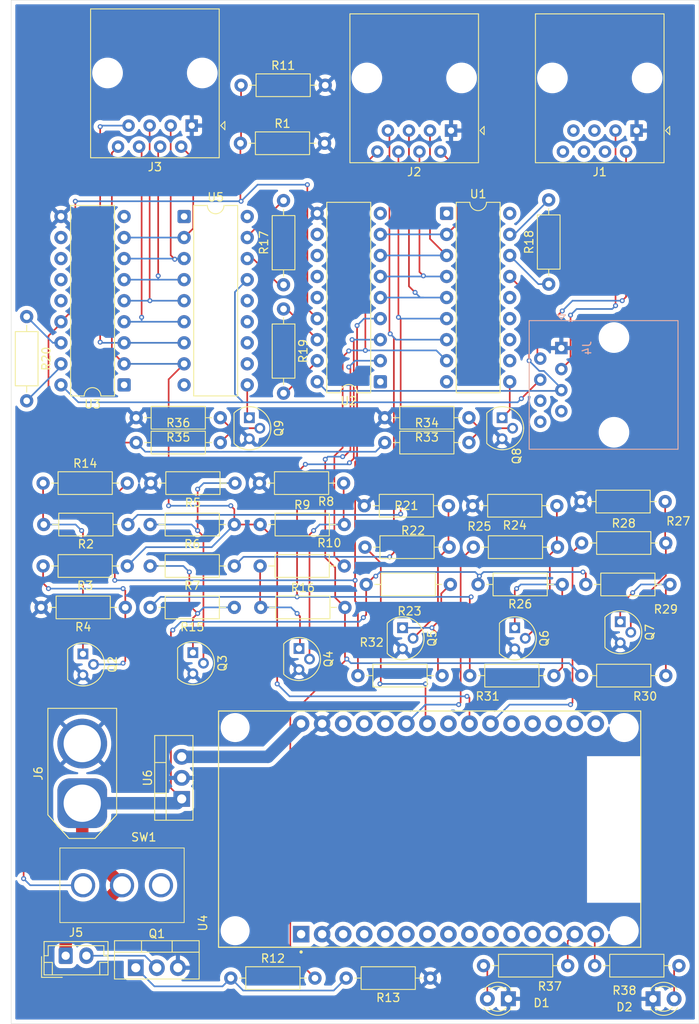
<source format=kicad_pcb>
(kicad_pcb (version 20241229) (generator "pcbnew") (generator_version "9.0")
  (layers (0 "F.Cu" signal) (2 "B.Cu" signal) (13 "F.Paste" user) (15 "B.Paste" user) (5 "F.SilkS" user "F.Silkscreen") (7 "B.SilkS" user "B.Silkscreen") (1 "F.Mask" user) (3 "B.Mask" user) (25 "Edge.Cuts" user))
  (net 0 "")
  (net 1 "GND")
  (net 3 "RX")
  (net 11 "TX")
  (net 12 "MPV_2")
  (net 14 "Net-(U1-A1)")
  (net 17 "IGN")
  (net 21 "Net-(U3-A3)")
  (net 23 "Net-(U3-A2)")
  (net 24 "Net-(U3-A4)")
  (net 25 "Net-(U1-A0)")
  (net 26 "MPV_1")
  (net 27 "Net-(U3-A6)")
  (net 28 "Net-(U1-A3)")
  (net 29 "Net-(U3-A1)")
  (net 30 "Net-(U1-A2)")
  (net 32 "Net-(U3-A5)")
  (net 34 "DOUT_2")
  (net 35 "DOUT")
  (net 36 "AUTO")
  (net 39 "unconnected-(J4-Pad6)")
  (net 40 "+12V")
  (net 41 "Net-(J5-NEG)")
  (net 42 "Net-(Q1-G)")
  (net 43 "Net-(Q2-C)")
  (net 44 "Net-(Q2-B)")
  (net 45 "Net-(Q3-C)")
  (net 46 "Net-(Q3-B)")
  (net 47 "Net-(Q4-C)")
  (net 48 "Net-(Q4-B)")
  (net 49 "Net-(Q5-B)")
  (net 50 "MPV_1O")
  (net 51 "MPV_2O")
  (net 52 "Net-(Q6-B)")
  (net 53 "Net-(Q7-B)")
  (net 54 "IGN_O")
  (net 55 "DEC")
  (net 56 "Net-(U5-OSC2)")
  (net 57 "Net-(U5-OSC1)")
  (net 58 "Net-(U1-OSC1)")
  (net 59 "Net-(U1-OSC2)")
  (net 60 "Net-(U2-OSC1)")
  (net 61 "Net-(U2-OSC2)")
  (net 62 "Net-(U3-OSC1)")
  (net 63 "Net-(U3-OSC2)")
  (net 64 "N_O1")
  (net 65 "N_O2")
  (net 66 "N_O3")
  (net 91 "+5V")
  (net 103 "Net-(Q5-C)")
  (net 104 "Net-(Q6-C)")
  (net 105 "Net-(Q7-C)")
  (net 106 "Net-(Q8-C)")
  (net 107 "Net-(Q8-B)")
  (net 108 "Net-(Q9-B)")
  (net 109 "Net-(Q9-C)")
  (net 110 "Net-(D1-A)")
  (net 111 "Net-(U4-D22)")
  (net 112 "Net-(D2-A)")
  (net 113 "Net-(U4-D23)")
  (footprint "Package_TO_SOT_THT:TO-92" (layer "F.Cu") (at 76.23 143.23 -90)
    (property "Reference" "Q4")
    (property "Value" "NPN")
  )
  (footprint "Resistor_THT:R_Axial_DIN0207_L6.3mm_D2.5mm_P10.16mm_Horizontal" (layer "F.Cu") (at 43.3675 103.18 -90)
    (property "Reference" "R20")
    (property "Value" "R_US")
  )
  (footprint "Resistor_THT:R_Axial_DIN0207_L6.3mm_D2.5mm_P10.16mm_Horizontal" (layer "F.Cu") (at 106.3675 99.26 90)
    (property "Reference" "R18")
    (property "Value" "R_US")
  )
  (footprint "Package_DIP:CERDIP-18_W7.62mm_SideBrazed" (layer "F.Cu") (at 86.045 111.04 180)
    (property "Reference" "U2")
    (property "Value" "HT12E")
  )
  (footprint "Resistor_THT:R_Axial_DIN0207_L6.3mm_D2.5mm_P10.16mm_Horizontal" (layer "F.Cu") (at 107.35 126 180)
    (property "Reference" "R24")
    (property "Value" "10k")
  )
  (footprint "Resistor_THT:R_Axial_DIN0207_L6.3mm_D2.5mm_P10.16mm_Horizontal" (layer "F.Cu") (at 83.34 146.5)
    (property "Reference" "R32")
    (property "Value" "50")
  )
  (footprint "Resistor_THT:R_Axial_DIN0207_L6.3mm_D2.5mm_P10.16mm_Horizontal" (layer "F.Cu") (at 108 135.5 180)
    (property "Reference" "R26")
    (property "Value" "50")
  )
  (footprint "Connector_RJ:RJ45_Amphenol_54602-x08_Horizontal" (layer "F.Cu") (at 94.58 80.73 180)
    (property "Reference" "J2")
    (property "Value" "RJ45")
  )
  (footprint "Resistor_THT:R_Axial_DIN0207_L6.3mm_D2.5mm_P10.16mm_Horizontal" (layer "F.Cu") (at 94.27 126 180)
    (property "Reference" "R21")
    (property "Value" "10k")
  )
  (footprint "Resistor_THT:R_Axial_DIN0207_L6.3mm_D2.5mm_P10.16mm_Horizontal" (layer "F.Cu") (at 68.43 133.27 180)
    (property "Reference" "R7")
    (property "Value" "50")
  )
  (footprint "Resistor_THT:R_Axial_DIN0207_L6.3mm_D2.5mm_P10.16mm_Horizontal" (layer "F.Cu") (at 84.19 131)
    (property "Reference" "R22")
    (property "Value" "330")
  )
  (footprint "Resistor_THT:R_Axial_DIN0207_L6.3mm_D2.5mm_P10.16mm_Horizontal" (layer "F.Cu") (at 45.35 123.27)
    (property "Reference" "R14")
    (property "Value" "50")
  )
  (footprint "Connector_RJ:RJ45_Amphenol_54602-x08_Horizontal" (layer "F.Cu") (at 116.97 80.73 180)
    (property "Reference" "J1")
    (property "Value" "RJ45")
  )
  (footprint "Resistor_THT:R_Axial_DIN0207_L6.3mm_D2.5mm_P10.16mm_Horizontal" (layer "F.Cu") (at 122.08 181.5 180)
    (property "Reference" "R38")
    (property "Value" "330")
  )
  (footprint "Connector_AMASS:AMASS_XT60-M_1x02_P7.20mm_Vertical" (layer "F.Cu") (at 50.075 161.9 90)
    (property "Reference" "J6")
    (property "Value" "XT60-M")
  )
  (footprint "Package_TO_SOT_THT:TO-92" (layer "F.Cu") (at 70.24 115.38 -90)
    (property "Reference" "Q9")
    (property "Value" "NPN")
  )
  (footprint "Resistor_THT:R_Axial_DIN0207_L6.3mm_D2.5mm_P10.16mm_Horizontal" (layer "F.Cu") (at 55.27 138.27 180)
    (property "Reference" "R4")
    (property "Value" "10k")
  )
  (footprint "Resistor_THT:R_Axial_DIN0207_L6.3mm_D2.5mm_P10.16mm_Horizontal" (layer "F.Cu") (at 74.3675 99.34 90)
    (property "Reference" "R17")
    (property "Value" "R_US")
  )
  (footprint "Resistor_THT:R_Axial_DIN0207_L6.3mm_D2.5mm_P10.16mm_Horizontal" (layer "F.Cu") (at 71.54 128.27)
    (property "Reference" "R9")
    (property "Value" "330")
  )
  (footprint "Resistor_THT:R_Axial_DIN0207_L6.3mm_D2.5mm_P10.16mm_Horizontal" (layer "F.Cu") (at 69.16 82.26)
    (property "Reference" "R1")
    (property "Value" "10k")
  )
  (footprint "Resistor_THT:R_Axial_DIN0207_L6.3mm_D2.5mm_P10.16mm_Horizontal" (layer "F.Cu") (at 110.34 130.5)
    (property "Reference" "R28")
    (property "Value" "330")
  )
  (footprint "Launchbox:SPDT_Slide_Switch" (layer "F.Cu") (at 54.876 171.8)
    (property "Reference" "SW1")
    (property "Value" "SW_SPDT")
  )
  (footprint "Resistor_THT:R_Axial_DIN0207_L6.3mm_D2.5mm_P10.16mm_Horizontal" (layer "F.Cu") (at 74.3675 102.26 -90)
    (property "Reference" "R19")
    (property "Value" "R_US")
  )
  (footprint "Resistor_THT:R_Axial_DIN0207_L6.3mm_D2.5mm_P10.16mm_Horizontal" (layer "F.Cu") (at 71.62 138.27)
    (property "Reference" "R16")
    (property "Value" "50")
  )
  (footprint "Resistor_THT:R_Axial_DIN0207_L6.3mm_D2.5mm_P10.16mm_Horizontal" (layer "F.Cu") (at 68.43 128.27 180)
    (property "Reference" "R6")
    (property "Value" "330")
  )
  (footprint "Resistor_THT:R_Axial_DIN0207_L6.3mm_D2.5mm_P10.16mm_Horizontal" (layer "F.Cu") (at 68.43 138.27 180)
    (property "Reference" "R15")
    (property "Value" "50")
  )
  (footprint "Package_TO_SOT_THT:TO-220-3_Vertical" (layer "F.Cu") (at 62.075 161.38 90)
    (property "Reference" "U6")
    (property "Value" "L7805")
  )
  (footprint "Package_TO_SOT_THT:TO-92" (layer "F.Cu") (at 115 140 -90)
    (property "Reference" "Q7")
    (property "Value" "NPN")
  )
  (footprint "Resistor_THT:R_Axial_DIN0207_L6.3mm_D2.5mm_P10.16mm_Horizontal" (layer "F.Cu") (at 66.74 115.38 180)
    (property "Reference" "R35")
    (property "Value" "10k")
  )
  (footprint "Resistor_THT:R_Axial_DIN0207_L6.3mm_D2.5mm_P10.16mm_Horizontal" (layer "F.Cu") (at 120.42 125.5 180)
    (property "Reference" "R27")
    (property "Value" "10k")
  )
  (footprint "Package_TO_SOT_THT:TO-220-3_Vertical" (layer "F.Cu") (at 56.535 181.75)
    (property "Reference" "Q1")
    (property "Value" "IRF540N")
  )
  (footprint "Resistor_THT:R_Axial_DIN0207_L6.3mm_D2.5mm_P10.16mm_Horizontal" (layer "F.Cu") (at 55.51 133.27 180)
    (property "Reference" "R3")
    (property "Value" "330")
  )
  (footprint "Resistor_THT:R_Axial_DIN0207_L6.3mm_D2.5mm_P10.16mm_Horizontal" (layer "F.Cu") (at 69.24 75.26)
    (property "Reference" "R11")
    (property "Value" "10k")
  )
  (footprint "Resistor_THT:R_Axial_DIN0207_L6.3mm_D2.5mm_P10.16mm_Horizontal" (layer "F.Cu") (at 97.27 131)
    (property "Reference" "R25")
    (property "Value" "330")
  )
  (footprint "Package_DIP:CERDIP-18_W7.62mm_SideBrazed" (layer "F.Cu") (at 55.1275 111.42 180)
    (property "Reference" "U3")
    (property "Value" "HT12E")
  )
  (footprint "Resistor_THT:R_Axial_DIN0207_L6.3mm_D2.5mm_P10.16mm_Horizontal" (layer "F.Cu") (at 56.58 118.38)
    (property "Reference" "R36")
    (property "Value" "330")
  )
  (footprint "Resistor_THT:R_Axial_DIN0207_L6.3mm_D2.5mm_P10.16mm_Horizontal" (layer "F.Cu") (at 98.5 181.5)
    (property "Reference" "R37")
    (property "Value" "330")
  )
  (footprint "Launchbox:MODULE_ESP32_DEVKIT_V1" (layer "F.Cu") (at 92 165 90)
    (property "Reference" "U4")
    (property "Value" "ESP32-DEVKIT-V1")
  )
  (footprint "Resistor_THT:R_Axial_DIN0207_L6.3mm_D2.5mm_P10.16mm_Horizontal" (layer "F.Cu") (at 68 183)
    (property "Reference" "R12")
    (property "Value" "330")
  )
  (footprint "Package_TO_SOT_THT:TO-92" (layer "F.Cu") (at 102.27 140.73 -90)
    (property "Reference" "Q6")
    (property "Value" "NPN")
  )
  (footprint "Resistor_THT:R_Axial_DIN0207_L6.3mm_D2.5mm_P10.16mm_Horizontal" (layer "F.Cu") (at 121 135.5 180)
    (property "Reference" "R29")
    (property "Value" "50")
  )
  (footprint "Resistor_THT:R_Axial_DIN0207_L6.3mm_D2.5mm_P10.16mm_Horizontal" (layer "F.Cu") (at 96.84 146.5)
    (property "Reference" "R31")
    (property "Value" "50")
  )
  (footprint "Resistor_THT:R_Axial_DIN0207_L6.3mm_D2.5mm_P10.16mm_Horizontal" (layer "F.Cu") (at 81.7 133.27 180)
    (property "Reference" "R10")
    (property "Value" "50")
  )
  (footprint "LED_THT:LED_D3.0mm" (layer "F.Cu") (at 101.5 185.5 180)
    (property "Reference" "D1")
    (property "Value" "LED")
  )
  (footprint "Resistor_THT:R_Axial_DIN0207_L6.3mm_D2.5mm_P10.16mm_Horizontal" (layer "F.Cu") (at 55.59 128.27 180)
    (property "Reference" "R2")
    (property "Value" "50")
  )
  (footprint "Resistor_THT:R_Axial_DIN0207_L6.3mm_D2.5mm_P10.16mm_Horizontal" (layer "F.Cu") (at 92.08 183 180)
    (property "Reference" "R13")
    (property "Value" "10k")
  )
  (footprint "Resistor_THT:R_Axial_DIN0207_L6.3mm_D2.5mm_P10.16mm_Horizontal" (layer "F.Cu") (at 96.74 115.38 180)
    (property "Reference" "R33")
    (property "Value" "10k")
  )
  (footprint "Package_DIP:CERDIP-18_W7.62mm_SideBrazed" (layer "F.Cu") (at 62.3675 91.1)
    (property "Reference" "U5")
    (property "Value" "HT12D")
  )
  (footprint "Connector_RJ:RJ45_Amphenol_54602-x08_Horizontal" (layer "F.Cu") (at 63.2875 80.13 180)
    (property "Reference" "J3")
    (property "Value" "RJ45")
  )
  (footprint "Resistor_THT:R_Axial_DIN0207_L6.3mm_D2.5mm_P10.16mm_Horizontal" (layer "F.Cu") (at 81.62 123.27 180)
    (property "Reference" "R8")
    (property "Value" "10k")
  )
  (footprint "Resistor_THT:R_Axial_DIN0207_L6.3mm_D2.5mm_P10.16mm_Horizontal" (layer "F.Cu") (at 86.58 118.38)
    (property "Reference" "R34")
    (property "Value" "330")
  )
  (footprint "Package_TO_SOT_THT:TO-92" (layer "F.Cu") (at 100.74 115.38 -90)
    (property "Reference" "Q8")
    (property "Value" "NPN")
  )
  (footprint "Resistor_THT:R_Axial_DIN0207_L6.3mm_D2.5mm_P10.16mm_Horizontal" (layer "F.Cu") (at 110.34 146.5)
    (property "Reference" "R30")
    (property "Value" "50")
  )
  (footprint "Package_TO_SOT_THT:TO-92" (layer "F.Cu") (at 50.16 143.88 -90)
    (property "Reference" "Q2")
    (property "Value" "NPN")
  )
  (footprint "Resistor_THT:R_Axial_DIN0207_L6.3mm_D2.5mm_P10.16mm_Horizontal" (layer "F.Cu") (at 94.5 135.5 180)
    (property "Reference" "R23")
    (property "Value" "R_US")
  )
  (footprint "Package_DIP:CERDIP-18_W7.62mm_SideBrazed" (layer "F.Cu") (at 94.045 90.72)
    (property "Reference" "U1")
    (property "Value" "HT12D")
  )
  (footprint "Connector_JST:JST_EH_B2B-EH-A_1x02_P2.50mm_Vertical" (layer "F.Cu") (at 48.075 180.3)
    (property "Reference" "J5")
    (property "Value" "XT60-M")
  )
  (footprint "Package_TO_SOT_THT:TO-92" (layer "F.Cu") (at 88.73 140.73 -90)
    (property "Reference" "Q5")
    (property "Value" "NPN" (hide yes))
  )
  (footprint "LED_THT:LED_D3.0mm" (layer "F.Cu") (at 118.96 185.5)
    (property "Reference" "D2")
    (property "Value" "LED")
  )
  (footprint "Resistor_THT:R_Axial_DIN0207_L6.3mm_D2.5mm_P10.16mm_Horizontal" (layer "F.Cu") (at 68.51 123.27 180)
    (property "Reference" "R5")
    (property "Value" "10k")
  )
  (footprint "Package_TO_SOT_THT:TO-92" (layer "F.Cu") (at 63.43 143.73 -90)
    (property "Reference" "Q3")
    (property "Value" "NPN")
  )
  (footprint "Connector_RJ:RJ45_Amphenol_54602-x08_Horizontal" (layer "B.Cu") (at 107.89 106.9775 -90)
    (property "Reference" "J4")
    (property "Value" "RJ45")
  )
  (gr_rect (start 41.5 65) (end 124.5 188.5) (stroke (width 0.05)) (fill no) (layer "Edge.Cuts"))
  (segment (start 105 105.5) (end 105 107.8975) (width 0.2) (layer "F.Cu") (net 3))
  (segment (start 115.24 101.26) (end 115.7 100.8) (width 0.2) (layer "F.Cu") (net 3))
  (segment (start 115.7 100.8) (end 115.7 83.27) (width 0.2) (layer "F.Cu") (net 3))
  (segment (start 105 107.8975) (end 105.35 108.2475) (width 0.2) (layer "F.Cu") (net 3))
  (segment (start 108 102.5) (end 105 105.5) (width 0.2) (layer "F.Cu") (net 3))
  (via (at 108 102.5) (size 0.6) (drill 0.3) (layers "F.Cu" "B.Cu") (net 3))
  (via (at 115.24 101.26) (size 0.6) (drill 0.3) (layers "F.Cu" "B.Cu") (net 3))
  (segment (start 108 102.5) (end 109.24 101.26) (width 0.2) (layer "B.Cu") (net 3))
  (segment (start 109.24 101.26) (end 115.24 101.26) (width 0.2) (layer "B.Cu") (net 3))
  (segment (start 109 108.4075) (end 107.89 109.5175) (width 0.2) (layer "F.Cu") (net 11))
  (segment (start 114.43 101.86) (end 114.43 80.73) (width 0.2) (layer "F.Cu") (net 11))
  (segment (start 109 103) (end 109 108.4075) (width 0.2) (layer "F.Cu") (net 11))
  (via (at 109 103) (size 0.6) (drill 0.3) (layers "F.Cu" "B.Cu") (net 11))
  (via (at 114.43 101.86) (size 0.6) (drill 0.3) (layers "F.Cu" "B.Cu") (net 11))
  (segment (start 109 103) (end 109.74 102.26) (width 0.2) (layer "B.Cu") (net 11))
  (segment (start 109.74 102.26) (end 114.03 102.26) (width 0.2) (layer "B.Cu") (net 11))
  (segment (start 114.03 102.26) (end 114.43 101.86) (width 0.2) (layer "B.Cu") (net 11))
  (segment (start 87.681 105.701) (end 87.24 105.26) (width 0.2) (layer "F.Cu") (net 12))
  (segment (start 87.681 131.657) (end 87.681 105.701) (width 0.2) (layer "F.Cu") (net 12))
  (segment (start 87.146 80.916) (end 87.146 105.166) (width 0.2) (layer "F.Cu") (net 12))
  (segment (start 87.169 132.169) (end 87.681 131.657) (width 0.2) (layer "F.Cu") (net 12))
  (segment (start 86.96 80.73) (end 87.146 80.916) (width 0.2) (layer "F.Cu") (net 12))
  (segment (start 87.146 105.166) (end 87.24 105.26) (width 0.2) (layer "F.Cu") (net 12))
  (via (at 87.24 105.26) (size 0.6) (drill 0.3) (layers "F.Cu" "B.Cu") (net 12))
  (via (at 87.169 132.169) (size 0.6) (drill 0.3) (layers "F.Cu" "B.Cu") (net 12))
  (segment (start 69.531 132.169) (end 68.43 133.27) (width 0.2) (layer "B.Cu") (net 12))
  (segment (start 87.24 105.26) (end 87.94 105.96) (width 0.2) (layer "B.Cu") (net 12))
  (segment (start 87.94 105.96) (end 94.045 105.96) (width 0.2) (layer "B.Cu") (net 12))
  (segment (start 87.169 132.169) (end 69.531 132.169) (width 0.2) (layer "B.Cu") (net 12))
  (segment (start 92.04 93.795) (end 94.045 95.8) (width 0.2) (layer "F.Cu") (net 14))
  (segment (start 92.04 80.73) (end 92.04 93.795) (width 0.2) (layer "F.Cu") (net 14))
  (segment (start 86.045 95.8) (end 94.045 95.8) (width 0.2) (layer "B.Cu") (net 14))
  (segment (start 81.5 108.056205) (end 81.5 109.370943) (width 0.2) (layer "F.Cu") (net 17))
  (segment (start 84.24 84.72) (end 84.24 107.26) (width 0.2) (layer "F.Cu") (net 17))
  (segment (start 80.5 132.07) (end 81.7 133.27) (width 0.2) (layer "F.Cu") (net 17))
  (segment (start 80.5 120) (end 80.5 132.07) (width 0.2) (layer "F.Cu") (net 17))
  (segment (start 85.69 83.27) (end 84.24 84.72) (width 0.2) (layer "F.Cu") (net 17))
  (segment (start 82.239 107.317205) (end 81.5 108.056205) (width 0.2) (layer "F.Cu") (net 17))
  (segment (start 81.5 119) (end 80.5 120) (width 0.2) (layer "F.Cu") (net 17))
  (segment (start 81.5 109.370943) (end 81.5 119) (width 0.2) (layer "F.Cu") (net 17))
  (via (at 84.24 107.26) (size 0.6) (drill 0.3) (layers "F.Cu" "B.Cu") (net 17))
  (via (at 82.239 107.317205) (size 0.6) (drill 0.3) (layers "F.Cu" "B.Cu") (net 17))
  (segment (start 82.239 107.317205) (end 82.296205 107.26) (width 0.2) (layer "B.Cu") (net 17))
  (segment (start 84.24 107.26) (end 92.805 107.26) (width 0.2) (layer "B.Cu") (net 17))
  (segment (start 92.805 107.26) (end 94.045 108.5) (width 0.2) (layer "B.Cu") (net 17))
  (segment (start 82.296205 107.26) (end 84.24 107.26) (width 0.2) (layer "B.Cu") (net 17))
  (segment (start 58.2075 80.13) (end 58.2075 101.2275) (width 0.2) (layer "F.Cu") (net 21))
  (segment (start 58.2075 101.2275) (end 58.24 101.26) (width 0.2) (layer "F.Cu") (net 21))
  (via (at 58.24 101.26) (size 0.6) (drill 0.3) (layers "F.Cu" "B.Cu") (net 21))
  (segment (start 55.1275 101.26) (end 62.3675 101.26) (width 0.2) (layer "B.Cu") (net 21))
  (segment (start 57.24 82.9725) (end 57.24 103.26) (width 0.2) (layer "F.Cu") (net 23))
  (segment (start 56.9375 82.67) (end 57.24 82.9725) (width 0.2) (layer "F.Cu") (net 23))
  (via (at 57.24 103.26) (size 0.6) (drill 0.3) (layers "F.Cu" "B.Cu") (net 23))
  (segment (start 57.24 103.26) (end 57.24 103.8) (width 0.2) (layer "B.Cu") (net 23))
  (segment (start 55.1275 103.8) (end 57.24 103.8) (width 0.2) (layer "B.Cu") (net 23))
  (segment (start 57.24 103.8) (end 62.3675 103.8) (width 0.2) (layer "B.Cu") (net 23))
  (segment (start 59.4775 82.67) (end 59.24 82.9075) (width 0.2) (layer "F.Cu") (net 24))
  (segment (start 59.24 82.9075) (end 59.24 98.26) (width 0.2) (layer "F.Cu") (net 24))
  (via (at 59.24 98.26) (size 0.6) (drill 0.3) (layers "F.Cu" "B.Cu") (net 24))
  (segment (start 59.24 98.26) (end 59.24 98.72) (width 0.2) (layer "B.Cu") (net 24))
  (segment (start 55.1275 98.72) (end 59.24 98.72) (width 0.2) (layer "B.Cu") (net 24))
  (segment (start 59.24 98.72) (end 62.3675 98.72) (width 0.2) (layer "B.Cu") (net 24))
  (segment (start 95.24 92.065) (end 94.045 93.26) (width 0.2) (layer "F.Cu") (net 25))
  (segment (start 95.24 85.2) (end 95.24 92.065) (width 0.2) (layer "F.Cu") (net 25))
  (segment (start 93.31 83.27) (end 95.24 85.2) (width 0.2) (layer "F.Cu") (net 25))
  (segment (start 86.045 93.26) (end 94.045 93.26) (width 0.2) (layer "B.Cu") (net 25))
  (segment (start 88.5 127) (end 88.5 103.52) (width 0.2) (layer "F.Cu") (net 26))
  (segment (start 88.5 103.52) (end 88.24 103.26) (width 0.2) (layer "F.Cu") (net 26))
  (segment (start 88.23 83.27) (end 88.23 103.25) (width 0.2) (layer "F.Cu") (net 26))
  (segment (start 88.23 103.25) (end 88.24 103.26) (width 0.2) (layer "F.Cu") (net 26))
  (via (at 88.24 103.26) (size 0.6) (drill 0.3) (layers "F.Cu" "B.Cu") (net 26))
  (via (at 88.5 127) (size 0.6) (drill 0.3) (layers "F.Cu" "B.Cu") (net 26))
  (segment (start 88.24 103.26) (end 88.4 103.42) (width 0.2) (layer "B.Cu") (net 26))
  (segment (start 55.59 128.27) (end 56.759 127.101) (width 0.2) (layer "B.Cu") (net 26))
  (segment (start 88.4 103.42) (end 94.045 103.42) (width 0.2) (layer "B.Cu") (net 26))
  (segment (start 56.759 127.101) (end 88.399 127.101) (width 0.2) (layer "B.Cu") (net 26))
  (segment (start 88.399 127.101) (end 88.5 127) (width 0.2) (layer "B.Cu") (net 26))
  (segment (start 63.4685 84.121) (end 63.4685 92.539) (width 0.2) (layer "F.Cu") (net 27))
  (segment (start 63.4685 92.539) (end 62.3675 93.64) (width 0.2) (layer "F.Cu") (net 27))
  (segment (start 62.0175 82.67) (end 63.4685 84.121) (width 0.2) (layer "F.Cu") (net 27))
  (segment (start 55.1275 93.64) (end 62.3675 93.64) (width 0.2) (layer "B.Cu") (net 27))
  (segment (start 89.5 80.73) (end 89.5 99.52) (width 0.2) (layer "F.Cu") (net 28))
  (segment (start 89.5 99.52) (end 90.24 100.26) (width 0.2) (layer "F.Cu") (net 28))
  (via (at 90.24 100.26) (size 0.6) (drill 0.3) (layers "F.Cu" "B.Cu") (net 28))
  (segment (start 86.045 100.88) (end 91.24 100.88) (width 0.2) (layer "B.Cu") (net 28))
  (segment (start 91.24 100.88) (end 94.045 100.88) (width 0.2) (layer "B.Cu") (net 28))
  (segment (start 90.86 100.88) (end 91.24 100.88) (width 0.2) (layer "B.Cu") (net 28))
  (segment (start 90.24 100.26) (end 90.86 100.88) (width 0.2) (layer "B.Cu") (net 28))
  (segment (start 52.24 80.26) (end 52.24 106.26) (width 0.2) (layer "F.Cu") (net 29))
  (via (at 52.24 80.26) (size 0.6) (drill 0.3) (layers "F.Cu" "B.Cu") (net 29))
  (via (at 52.24 106.26) (size 0.6) (drill 0.3) (layers "F.Cu" "B.Cu") (net 29))
  (segment (start 52.24 106.26) (end 52.32 106.34) (width 0.2) (layer "B.Cu") (net 29))
  (segment (start 55.1275 106.34) (end 62.3675 106.34) (width 0.2) (layer "B.Cu") (net 29))
  (segment (start 52.37 80.13) (end 52.24 80.26) (width 0.2) (layer "B.Cu") (net 29))
  (segment (start 52.32 106.34) (end 55.1275 106.34) (width 0.2) (layer "B.Cu") (net 29))
  (segment (start 55.6675 80.13) (end 52.37 80.13) (width 0.2) (layer "B.Cu") (net 29))
  (segment (start 90.77 97.79) (end 91.24 98.26) (width 0.2) (layer "F.Cu") (net 30))
  (segment (start 90.77 83.27) (end 90.77 97.79) (width 0.2) (layer "F.Cu") (net 30))
  (via (at 91.24 98.26) (size 0.6) (drill 0.3) (layers "F.Cu" "B.Cu") (net 30))
  (segment (start 86.045 98.34) (end 94.045 98.34) (width 0.2) (layer "B.Cu") (net 30))
  (segment (start 60.7475 95.7675) (end 61.24 96.26) (width 0.2) (layer "F.Cu") (net 32))
  (segment (start 60.7475 80.13) (end 60.7475 95.7675) (width 0.2) (layer "F.Cu") (net 32))
  (via (at 61.24 96.26) (size 0.6) (drill 0.3) (layers "F.Cu" "B.Cu") (net 32))
  (segment (start 55.1275 96.18) (end 62.3675 96.18) (width 0.2) (layer "B.Cu") (net 32))
  (segment (start 104 100.675) (end 101.665 98.34) (width 0.2) (layer "F.Cu") (net 34))
  (segment (start 104 108.5) (end 104 100.675) (width 0.2) (layer "F.Cu") (net 34))
  (via (at 104 108.5) (size 0.6) (drill 0.3) (layers "F.Cu" "B.Cu") (net 34))
  (segment (start 105.2365 109.7365) (end 105.785339 109.7365) (width 0.2) (layer "B.Cu") (net 34))
  (segment (start 107.89 111.841161) (end 107.89 112.0575) (width 0.2) (layer "B.Cu") (net 34))
  (segment (start 79.526 112.141) (end 107.8065 112.141) (width 0.2) (layer "B.Cu") (net 34))
  (segment (start 104 108.5) (end 105.2365 109.7365) (width 0.2) (layer "B.Cu") (net 34))
  (segment (start 107.8065 112.141) (end 107.89 112.0575) (width 0.2) (layer "B.Cu") (net 34))
  (segment (start 105.785339 109.7365) (end 107.89 111.841161) (width 0.2) (layer "B.Cu") (net 34))
  (segment (start 78.425 111.04) (end 79.526 112.141) (width 0.2) (layer "B.Cu") (net 34))
  (segment (start 103.05875 113.07875) (end 105.35 110.7875) (width 0.2) (layer "F.Cu") (net 35))
  (via (at 103.05875 113.07875) (size 0.6) (drill 0.3) (layers "F.Cu" "B.Cu") (net 35))
  (segment (start 70.4375 99.17) (end 69.9875 98.72) (width 0.2) (layer "B.Cu") (net 35))
  (segment (start 69.5 113.521) (end 102.6165 113.521) (width 0.2) (layer "B.Cu") (net 35))
  (segment (start 49.6085 113.521) (end 67.5 113.521) (width 0.2) (layer "B.Cu") (net 35))
  (segment (start 47.5075 111.42) (end 49.6085 113.521) (width 0.2) (layer "B.Cu") (net 35))
  (segment (start 68.5 100.2075) (end 68.5 112.521) (width 0.2) (layer "B.Cu") (net 35))
  (segment (start 102.6165 113.521) (end 103.05875 113.07875) (width 0.2) (layer "B.Cu") (net 35))
  (segment (start 68.5 112.521) (end 69.5 113.521) (width 0.2) (layer "B.Cu") (net 35))
  (segment (start 67.5 113.521) (end 69.5 113.521) (width 0.2) (layer "B.Cu") (net 35))
  (segment (start 69.9875 98.72) (end 68.5 100.2075) (width 0.2) (layer "B.Cu") (net 35))
  (segment (start 104.8775 111.26) (end 105.35 110.7875) (width 0.2) (layer "B.Cu") (net 35))
  (segment (start 71.54 128.27) (end 68.43 128.27) (width 0.2) (layer "F.Cu") (net 36))
  (segment (start 96.5 149) (end 96.61 149) (width 0.2) (layer "F.Cu") (net 36))
  (segment (start 68.43 126.43) (end 68.43 128.27) (width 0.2) (layer "F.Cu") (net 36))
  (segment (start 53.6475 83.42) (end 53.6475 107.4) (width 0.2) (layer "F.Cu") (net 36))
  (segment (start 71.12 128.69) (end 71.54 128.27) (width 0.2) (layer "F.Cu") (net 36))
  (segment (start 60.5 110.7475) (end 60.5 126) (width 0.2) (layer "F.Cu") (net 36))
  (segment (start 96.61 149) (end 96.805 149.195) (width 0.2) (layer "F.Cu") (net 36))
  (segment (start 68 126) (end 68.43 126.43) (width 0.2) (layer "F.Cu") (net 36))
  (segment (start 68.43 128.35) (end 68.51 128.27) (width 0.2) (layer "F.Cu") (net 36))
  (segment (start 62.3675 108.88) (end 60.5 110.7475) (width 0.2) (layer "F.Cu") (net 36))
  (segment (start 96.805 149.195) (end 96.805 152.3) (width 0.2) (layer "F.Cu") (net 36))
  (segment (start 73.6 130.33) (end 73.6 147.5) (width 0.2) (layer "F.Cu") (net 36))
  (segment (start 53.6475 107.4) (end 55.1275 108.88) (width 0.2) (layer "F.Cu") (net 36))
  (segment (start 54.3975 82.67) (end 53.6475 83.42) (width 0.2) (layer "F.Cu") (net 36))
  (segment (start 71.54 128.27) (end 73.6 130.33) (width 0.2) (layer "F.Cu") (net 36))
  (via (at 68 126) (size 0.6) (drill 0.3) (layers "F.Cu" "B.Cu") (net 36))
  (via (at 96.5 149) (size 0.6) (drill 0.3) (layers "F.Cu" "B.Cu") (net 36))
  (via (at 73.6 147.5) (size 0.6) (drill 0.3) (layers "F.Cu" "B.Cu") (net 36))
  (via (at 60.5 126) (size 0.6) (drill 0.3) (layers "F.Cu" "B.Cu") (net 36))
  (segment (start 60.5 126) (end 68 126) (width 0.2) (layer "B.Cu") (net 36))
  (segment (start 57.78 131) (end 65.7 131) (width 0.2) (layer "B.Cu") (net 36))
  (segment (start 65.7 131) (end 68.43 128.27) (width 0.2) (layer "B.Cu") (net 36))
  (segment (start 75.1 149) (end 73.6 147.5) (width 0.2) (layer "B.Cu") (net 36))
  (segment (start 96.5 149) (end 75.1 149) (width 0.2) (layer "B.Cu") (net 36))
  (segment (start 55.51 133.27) (end 57.78 131) (width 0.2) (layer "B.Cu") (net 36))
  (segment (start 55.1275 108.88) (end 62.3675 108.88) (width 0.2) (layer "B.Cu") (net 36))
  (segment (start 105.35 113.3275) (end 104.9175 113.76) (width 0.2) (layer "F.Cu") (net 39))
  (segment (start 50.075 161.9) (end 50.075 166.999) (width 1.5) (layer "F.Cu") (net 40))
  (segment (start 61 141) (end 60.774 141.226) (width 0.2) (layer "F.Cu") (net 40))
  (segment (start 50.075 166.999) (end 54.876 171.8) (width 1.5) (layer "F.Cu") (net 40))
  (segment (start 98 134.5) (end 98 135.34) (width 0.2) (layer "F.Cu") (net 40))
  (segment (start 85.441 134.441) (end 85.5 134.5) (width 0.2) (layer "F.Cu") (net 40))
  (segment (start 84.34 139.16) (end 84.34 135.5) (width 0.2) (layer "F.Cu") (net 40))
  (segment (start 110.84 134.16) (end 110.84 135.5) (width 0.2) (layer "F.Cu") (net 40))
  (segment (start 54.876 171.8) (end 48.075 178.601) (width 1.5) (layer "F.Cu") (net 40))
  (segment (start 60.774 141.226) (end 60.774 160.079) (width 0.2) (layer "F.Cu") (net 40))
  (segment (start 98 135.34) (end 97.84 135.5) (width 0.2) (layer "F.Cu") (net 40))
  (segment (start 110.5 134) (end 110.68 134) (width 0.2) (layer "F.Cu") (net 40))
  (segment (start 60.774 160.079) (end 62.075 161.38) (width 0.2) (layer "F.Cu") (net 40))
  (segment (start 48.075 178.601) (end 48.075 180.3) (width 1.5) (layer "F.Cu") (net 40))
  (segment (start 110.68 134) (end 110.84 134.16) (width 0.2) (layer "F.Cu") (net 40))
  (segment (start 84 139.5) (end 84.34 139.16) (width 0.2) (layer "F.Cu") (net 40))
  (segment (start 84.34 135.5) (end 85.441 134.399) (width 0.2) (layer "F.Cu") (net 40))
  (segment (start 85.441 134.399) (end 85.441 134.441) (width 0.2) (layer "F.Cu") (net 40))
  (via (at 61 141) (size 0.6) (drill 0.3) (layers "F.Cu" "B.Cu") (net 40))
  (via (at 110.5 134) (size 0.6) (drill 0.3) (layers "F.Cu" "B.Cu") (net 40))
  (via (at 98 134.5) (size 0.6) (drill 0.3) (layers "F.Cu" "B.Cu") (net 40))
  (via (at 85.5 134.5) (size 0.6) (drill 0.3) (layers "F.Cu" "B.Cu") (net 40))
  (via (at 84 139.5) (size 0.6) (drill 0.3) (layers "F.Cu" "B.Cu") (net 40))
  (segment (start 86 134) (end 85.5 134.5) (width 0.2) (layer "B.Cu") (net 40))
  (segment (start 62 140) (end 61 141) (width 0.2) (layer "B.Cu") (net 40))
  (segment (start 60 161.9) (end 61.555 161.9) (width 1.5) (layer "B.Cu") (net 40))
  (segment (start 110.5 134) (end 98.5 134) (width 0.2) (layer "B.Cu") (net 40))
  (segment (start 83.5 140) (end 84 139.5) (width 0.2) (layer "B.Cu") (net 40))
  (segment (start 62.596 161.901) (end 62.075 161.38) (width 0.2) (layer "B.Cu") (net 40))
  (segment (start 98 134.5) (end 97.5 134) (width 0.2) (layer "B.Cu") (net 40))
  (segment (start 61.555 161.9) (end 62.075 161.38) (width 1.5) (layer "B.Cu") (net 40))
  (segment (start 97.5 134) (end 86 134) (width 0.2) (layer "B.Cu") (net 40))
  (segment (start 62 140) (end 83.5 140) (width 0.2) (layer "B.Cu") (net 40))
  (segment (start 50.075 161.9) (end 60 161.9) (width 1.5) (layer "B.Cu") (net 40))
  (segment (start 98.5 134) (end 98 134.5) (width 0.2) (layer "B.Cu") (net 40))
  (segment (start 57.625 180.3) (end 59.075 181.75) (width 0.2) (layer "B.Cu") (net 41))
  (segment (start 50.575 180.3) (end 57.625 180.3) (width 0.2) (layer "B.Cu") (net 41))
  (segment (start 67 184) (end 58.785 184) (width 0.2) (layer "B.Cu") (net 42))
  (segment (start 58.785 184) (end 56.535 181.75) (width 0.2) (layer "B.Cu") (net 42))
  (segment (start 68 183) (end 67 184) (width 0.2) (layer "B.Cu") (net 42))
  (segment (start 81.92 183) (end 80.42 184.5) (width 0.2) (layer "B.Cu") (net 42))
  (segment (start 69.5 184.5) (end 68 183) (width 0.2) (layer "B.Cu") (net 42))
  (segment (start 80.42 184.5) (end 69.5 184.5) (width 0.2) (layer "B.Cu") (net 42))
  (segment (start 45.35 123.27) (end 45.35 128.19) (width 0.2) (layer "F.Cu") (net 43))
  (segment (start 49.81 144.23) (end 50.16 143.88) (width 0.2) (layer "F.Cu") (net 43))
  (segment (start 50.16 129.16) (end 50 129) (width 0.2) (layer "F.Cu") (net 43))
  (segment (start 50.16 143.88) (end 50.16 129.16) (width 0.2) (layer "F.Cu") (net 43))
  (segment (start 45.35 128.19) (end 45.43 128.27) (width 0.2) (layer "F.Cu") (net 43))
  (via (at 50 129) (size 0.6) (drill 0.3) (layers "F.Cu" "B.Cu") (net 43))
  (segment (start 50 129) (end 49.27 128.27) (width 0.2) (layer "B.Cu") (net 43))
  (segment (start 49.27 128.27) (end 45.43 128.27) (width 0.2) (layer "B.Cu") (net 43))
  (segment (start 51.85 144.73) (end 51.43 145.15) (width 0.2) (layer "F.Cu") (net 44))
  (segment (start 45.35 135.35) (end 46 136) (width 0.2) (layer "F.Cu") (net 44))
  (segment (start 55.27 144.73) (end 55.27 138.27) (width 0.2) (layer "F.Cu") (net 44))
  (segment (start 55.27 138.27) (end 55.27 136.27) (width 0.2) (layer "F.Cu") (net 44))
  (segment (start 55 145) (end 55.27 144.73) (width 0.2) (layer "F.Cu") (net 44))
  (segment (start 45.35 133.27) (end 45.35 135.35) (width 0.2) (layer "F.Cu") (net 44))
  (segment (start 55.27 136.27) (end 55 136) (width 0.2) (layer "F.Cu") (net 44))
  (via (at 55 145) (size 0.6) (drill 0.3) (layers "F.Cu" "B.Cu") (net 44))
  (via (at 46 136) (size 0.6) (drill 0.3) (layers "F.Cu" "B.Cu") (net 44))
  (via (at 55 136) (size 0.6) (drill 0.3) (layers "F.Cu" "B.Cu") (net 44))
  (segment (start 51.43 145.15) (end 54.85 145.15) (width 0.2) (layer "B.Cu") (net 44))
  (segment (start 54.85 145.15) (end 55 145) (width 0.2) (layer "B.Cu") (net 44))
  (segment (start 46 136) (end 55 136) (width 0.2) (layer "B.Cu") (net 44))
  (segment (start 63 138) (end 64 139) (width 0.2) (layer "F.Cu") (net 45))
  (segment (start 63.43 143.73) (end 63.43 139.57) (width 0.2) (layer "F.Cu") (net 45))
  (segment (start 63.43 139.57) (end 64 139) (width 0.2) (layer "F.Cu") (net 45))
  (segment (start 63 134) (end 63 138) (width 0.2) (layer "F.Cu") (net 45))
  (via (at 63 134) (size 0.6) (drill 0.3) (layers "F.Cu" "B.Cu") (net 45))
  (via (at 64 139) (size 0.6) (drill 0.3) (layers "F.Cu" "B.Cu") (net 45))
  (segment (start 64 139) (end 64.73 138.27) (width 0.2) (layer "B.Cu") (net 45))
  (segment (start 58.27 133.27) (end 62.27 133.27) (width 0.2) (layer "B.Cu") (net 45))
  (segment (start 62.27 133.27) (end 63 134) (width 0.2) (layer "B.Cu") (net 45))
  (segment (start 64.73 138.27) (end 68.43 138.27) (width 0.2) (layer "B.Cu") (net 45))
  (segment (start 64.7 145) (end 64.7 129.7) (width 0.2) (layer "F.Cu") (net 46))
  (segment (start 64 129) (end 64 124) (width 0.2) (layer "F.Cu") (net 46))
  (segment (start 64.7 129.7) (end 64 129) (width 0.2) (layer "F.Cu") (net 46))
  (via (at 64 124) (size 0.6) (drill 0.3) (layers "F.Cu" "B.Cu") (net 46))
  (via (at 64 129) (size 0.6) (drill 0.3) (layers "F.Cu" "B.Cu") (net 46))
  (segment (start 64 129) (end 63.27 128.27) (width 0.2) (layer "B.Cu") (net 46))
  (segment (start 64.73 123.27) (end 68.51 123.27) (width 0.2) (layer "B.Cu") (net 46))
  (segment (start 63.27 128.27) (end 58.27 128.27) (width 0.2) (layer "B.Cu") (net 46))
  (segment (start 64 124) (end 64.73 123.27) (width 0.2) (layer "B.Cu") (net 46))
  (segment (start 71.54 133.27) (end 71.54 138.19) (width 0.2) (layer "F.Cu") (net 47))
  (segment (start 76.35 139.35) (end 76 139) (width 0.2) (layer "F.Cu") (net 47))
  (segment (start 71.54 138.19) (end 71.62 138.27) (width 0.2) (layer "F.Cu") (net 47))
  (segment (start 76.35 143.11) (end 76.35 139.35) (width 0.2) (layer "F.Cu") (net 47))
  (segment (start 76.23 143.23) (end 76.35 143.11) (width 0.2) (layer "F.Cu") (net 47))
  (via (at 76 139) (size 0.6) (drill 0.3) (layers "F.Cu" "B.Cu") (net 47))
  (segment (start 76 139) (end 75.27 138.27) (width 0.2) (layer "B.Cu") (net 47))
  (segment (start 75.27 138.27) (end 71.62 138.27) (width 0.2) (layer "B.Cu") (net 47))
  (segment (start 77.5 129.5) (end 78 129) (width 0.2) (layer "F.Cu") (net 48))
  (segment (start 81.62 123.27) (end 81.62 128.19) (width 0.2) (layer "F.Cu") (net 48))
  (segment (start 77.5 144.5) (end 77.5 129.5) (width 0.2) (layer "F.Cu") (net 48))
  (segment (start 81.62 128.19) (end 81.7 128.27) (width 0.2) (layer "F.Cu") (net 48))
  (via (at 78 129) (size 0.6) (drill 0.3) (layers "F.Cu" "B.Cu") (net 48))
  (segment (start 78 129) (end 78.73 128.27) (width 0.2) (layer "B.Cu") (net 48))
  (segment (start 78.73 128.27) (end 81.7 128.27) (width 0.2) (layer "B.Cu") (net 48))
  (segment (start 94.35 131) (end 93 132.35) (width 0.2) (layer "F.Cu") (net 49))
  (segment (start 93 132.35) (end 93 139) (width 0.2) (layer "F.Cu") (net 49))
  (segment (start 93 139) (end 90 142) (width 0.2) (layer "F.Cu") (net 49))
  (segment (start 94.27 130.92) (end 94.35 131) (width 0.2) (layer "F.Cu") (net 49))
  (segment (start 94.27 126) (end 94.27 130.92) (width 0.2) (layer "F.Cu") (net 49))
  (segment (start 83 135) (end 83 137.5) (width 0.2) (layer "F.Cu") (net 50))
  (segment (start 83 137.5) (end 83.34 137.84) (width 0.2) (layer "F.Cu") (net 50))
  (segment (start 83.009 120.6981) (end 83.009 126.67805) (width 0.2) (layer "F.Cu") (net 50))
  (segment (start 83.24 104.26) (end 83.241 104.261) (width 0.2) (layer "F.Cu") (net 50))
  (segment (start 83.34 137.84) (end 83.34 146.5) (width 0.2) (layer "F.Cu") (net 50))
  (segment (start 83.241 104.261) (end 83.241 106.208943) (width 0.2) (layer "F.Cu") (net 50))
  (segment (start 83.24 120.4671) (end 83.009 120.6981) (width 0.2) (layer "F.Cu") (net 50))
  (segment (start 83.241 106.208943) (end 83.24 106.209943) (width 0.2) (layer "F.Cu") (net 50))
  (segment (start 83.24 106.209943) (end 83.24 120.4671) (width 0.2) (layer "F.Cu") (net 50))
  (segment (start 83.009 126.67805) (end 83 126.68705) (width 0.2) (layer "F.Cu") (net 50))
  (segment (start 83 126.68705) (end 83 135) (width 0.2) (layer "F.Cu") (net 50))
  (segment (start 55.51 123.27) (end 54 124.78) (width 0.2) (layer "F.Cu") (net 50))
  (segment (start 54 124.78) (end 54 135) (width 0.2) (layer "F.Cu") (net 50))
  (via (at 54 135) (size 0.6) (drill 0.3) (layers "F.Cu" "B.Cu") (net 50))
  (via (at 83 135) (size 0.6) (drill 0.3) (layers "F.Cu" "B.Cu") (net 50))
  (via (at 83.24 104.26) (size 0.6) (drill 0.3) (layers "F.Cu" "B.Cu") (net 50))
  (segment (start 83.24 104.26) (end 84.08 103.42) (width 0.2) (layer "B.Cu") (net 50))
  (segment (start 84.08 103.42) (end 86.045 103.42) (width 0.2) (layer "B.Cu") (net 50))
  (segment (start 54 135) (end 83 135) (width 0.2) (layer "B.Cu") (net 50))
  (segment (start 76 122) (end 77 121) (width 0.2) (layer "F.Cu") (net 51))
  (segment (start 82.32 120.82) (end 82.839 120.301) (width 0.2) (layer "F.Cu") (net 51))
  (segment (start 96.84 146.5) (end 96.84 137.16) (width 0.2) (layer "F.Cu") (net 51))
  (segment (start 76 137) (end 76 122) (width 0.2) (layer "F.Cu") (net 51))
  (segment (start 82.839 106.159) (end 82.64 105.96) (width 0.2) (layer "F.Cu") (net 51))
  (segment (start 96.84 137.16) (end 97 137) (width 0.2) (layer "F.Cu") (net 51))
  (segment (start 82.839 120.301) (end 82.839 106.159) (width 0.2) (layer "F.Cu") (net 51))
  (via (at 82.32 120.82) (size 0.6) (drill 0.3) (layers "F.Cu" "B.Cu") (net 51))
  (via (at 76 137) (size 0.6) (drill 0.3) (layers "F.Cu" "B.Cu") (net 51))
  (via (at 77 121) (size 0.6) (drill 0.3) (layers "F.Cu" "B.Cu") (net 51))
  (via (at 97 137) (size 0.6) (drill 0.3) (layers "F.Cu" "B.Cu") (net 51))
  (via (at 82.64 105.96) (size 0.6) (drill 0.3) (layers "F.Cu" "B.Cu") (net 51))
  (segment (start 59.54 137) (end 76 137) (width 0.2) (layer "B.Cu") (net 51))
  (segment (start 58.27 138.27) (end 59.54 137) (width 0.2) (layer "B.Cu") (net 51))
  (segment (start 82.32 120.82) (end 82.14 121) (width 0.2) (layer "B.Cu") (net 51))
  (segment (start 82.64 105.96) (end 86.045 105.96) (width 0.2) (layer "B.Cu") (net 51))
  (segment (start 97 137) (end 76 137) (width 0.2) (layer "B.Cu") (net 51))
  (segment (start 82.14 121) (end 77 121) (width 0.2) (layer "B.Cu") (net 51))
  (segment (start 107.35 130.92) (end 107.43 131) (width 0.2) (layer "F.Cu") (net 52))
  (segment (start 106.5 131.93) (end 106.5 139.04) (width 0.2) (layer "F.Cu") (net 52))
  (segment (start 107.35 126) (end 107.35 130.92) (width 0.2) (layer "F.Cu") (net 52))
  (segment (start 107.43 131) (end 106.5 131.93) (width 0.2) (layer "F.Cu") (net 52))
  (segment (start 106.5 139.04) (end 103.54 142) (width 0.2) (layer "F.Cu") (net 52))
  (segment (start 120.5 130.5) (end 120.5 134.44295) (width 0.2) (layer "F.Cu") (net 53))
  (segment (start 120.5 134.44295) (end 116.27 138.67295) (width 0.2) (layer "F.Cu") (net 53))
  (segment (start 116.27 138.67295) (end 116.27 141.27) (width 0.2) (layer "F.Cu") (net 53))
  (segment (start 120.42 130.42) (end 120.5 130.5) (width 0.2) (layer "F.Cu") (net 53))
  (segment (start 120.42 125.5) (end 120.42 130.42) (width 0.2) (layer "F.Cu") (net 53))
  (segment (start 121.06 131.06) (end 120.5 130.5) (width 0.2) (layer "B.Cu") (net 53))
  (segment (start 79.399 132.2599) (end 80.599 133.4599) (width 0.2) (layer "F.Cu") (net 54))
  (segment (start 80.599 137.089) (end 81.78 138.27) (width 0.2) (layer "F.Cu") (net 54))
  (segment (start 82 144.5) (end 81.78 144.28) (width 0.2) (layer "F.Cu") (net 54))
  (segment (start 81.78 144.28) (end 81.78 138.27) (width 0.2) (layer "F.Cu") (net 54))
  (segment (start 82.438 109.459) (end 82.438 119.2949) (width 0.2) (layer "F.Cu") (net 54))
  (segment (start 82.239 109.26) (end 82.438 109.459) (width 0.2) (layer "F.Cu") (net 54))
  (segment (start 75.184 151.316) (end 75.184 180.024) (width 0.2) (layer "F.Cu") (net 54))
  (segment (start 79.399 120.751057) (end 79.399 132.2599) (width 0.2) (layer "F.Cu") (net 54))
  (segment (start 80.599 133.4599) (end 80.599 137.089) (width 0.2) (layer "F.Cu") (net 54))
  (segment (start 75.184 180.024) (end 78.16 183) (width 0.2) (layer "F.Cu") (net 54))
  (segment (start 82 144.5) (end 75.184 151.316) (width 0.2) (layer "F.Cu") (net 54))
  (segment (start 82.438 119.2949) (end 81.7329 120) (width 0.2) (layer "F.Cu") (net 54))
  (segment (start 81.581 120) (end 81.5 120.081) (width 0.2) (layer "F.Cu") (net 54))
  (segment (start 81.7329 120) (end 81.581 120) (width 0.2) (layer "F.Cu") (net 54))
  (via (at 82 144.5) (size 0.6) (drill 0.3) (layers "F.Cu" "B.Cu") (net 54))
  (via (at 81.5 120.081) (size 0.6) (drill 0.3) (layers "F.Cu" "B.Cu") (net 54))
  (via (at 82.239 109.26) (size 0.6) (drill 0.3) (layers "F.Cu" "B.Cu") (net 54))
  (via (at 79.399 120.4) (size 0.6) (drill 0.3) (layers "F.Cu" "B.Cu") (net 54))
  (segment (start 110.34 146.5) (end 108.84 145) (width 0.2) (layer "B.Cu") (net 54))
  (segment (start 79.718 120.081) (end 79.399 120.4) (width 0.2) (layer "B.Cu") (net 54))
  (segment (start 81.5 120.081) (end 79.718 120.081) (width 0.2) (layer "B.Cu") (net 54))
  (segment (start 108.84 145) (end 82.5 145) (width 0.2) (layer "B.Cu") (net 54))
  (segment (start 82.239 109.26) (end 82.999 108.5) (width 0.2) (layer "B.Cu") (net 54))
  (segment (start 82.999 108.5) (end 86.045 108.5) (width 0.2) (layer "B.Cu") (net 54))
  (segment (start 82.5 145) (end 82 144.5) (width 0.2) (layer "B.Cu") (net 54))
  (segment (start 69.24 75.26) (end 69.24 82.18) (width 0.2) (layer "F.Cu") (net 55))
  (segment (start 43 117.5) (end 46 114.5) (width 0.2) (layer "F.Cu") (net 55))
  (segment (start 46 105.5) (end 47.5075 103.9925) (width 0.2) (layer "F.Cu") (net 55))
  (segment (start 49.24 102.0675) (end 49.24 89.26) (width 0.2) (layer "F.Cu") (net 55))
  (segment (start 47.5075 103.9925) (end 47.5075 103.8) (width 0.2) (layer "F.Cu") (net 55))
  (segment (start 69.24 82.18) (end 69.16 82.26) (width 0.2) (layer "F.Cu") (net 55))
  (segment (start 49.88 118.38) (end 46 114.5) (width 0.2) (layer "F.Cu") (net 55))
  (segment (start 69.16 89.18) (end 69.24 89.26) (width 0.2) (layer "F.Cu") (net 55))
  (segment (start 69.16 82.26) (end 69.16 89.18) (width 0.2) (layer "F.Cu") (net 55))
  (segment (start 47.5075 103.8) (end 49.24 102.0675) (width 0.2) (layer "F.Cu") (net 55))
  (segment (start 78.425 103.42) (end 77.24 102.235) (width 0.2) (layer "F.Cu") (net 55))
  (segment (start 46 114.5) (end 46 105.5) (width 0.2) (layer "F.Cu") (net 55))
  (segment (start 56.58 118.38) (end 49.88 118.38) (width 0.2) (layer "F.Cu") (net 55))
  (segment (start 77.24 102.235) (end 77.24 87.26) (width 0.2) (layer "F.Cu") (net 55))
  (segment (start 43 171) (end 43 117.5) (width 0.2) (layer "F.Cu") (net 55))
  (via (at 69.24 89.26) (size 0.6) (drill 0.3) (layers "F.Cu" "B.Cu") (net 55))
  (via (at 77.24 87.26) (size 0.6) (drill 0.3) (layers "F.Cu" "B.Cu") (net 55))
  (via (at 43 171) (size 0.6) (drill 0.3) (layers "F.Cu" "B.Cu") (net 55))
  (via (at 49.24 89.26) (size 0.6) (drill 0.3) (layers "F.Cu" "B.Cu") (net 55))
  (segment (start 85.479 119.481) (end 57.681 119.481) (width 0.2) (layer "B.Cu") (net 55))
  (segment (start 43 171) (end 43.8 171.8) (width 0.2) (layer "B.Cu") (net 55))
  (segment (start 57.681 119.481) (end 56.58 118.38) (width 0.2) (layer "B.Cu") (net 55))
  (segment (start 43.8 171.8) (end 50.177 171.8) (width 0.2) (layer "B.Cu") (net 55))
  (segment (start 77.24 87.26) (end 71.24 87.26) (width 0.2) (layer "B.Cu") (net 55))
  (segment (start 49.24 89.26) (end 69.24 89.26) (width 0.2) (layer "B.Cu") (net 55))
  (segment (start 86.58 118.38) (end 85.479 119.481) (width 0.2) (layer "B.Cu") (net 55))
  (segment (start 71.24 87.26) (end 69.24 89.26) (width 0.2) (layer "B.Cu") (net 55))
  (segment (start 74.3675 99.34) (end 73.84 99.34) (width 0.2) (layer "F.Cu") (net 56))
  (segment (start 73.84 99.34) (end 70.68 96.18) (width 0.2) (layer "F.Cu") (net 56))
  (segment (start 70.68 96.18) (end 69.9875 96.18) (width 0.2) (layer "F.Cu") (net 56))
  (segment (start 69.9875 93.5125) (end 69.9875 93.64) (width 0.2) (layer "F.Cu") (net 57))
  (segment (start 74.32 89.18) (end 69.9875 93.5125) (width 0.2) (layer "F.Cu") (net 57))
  (segment (start 74.3675 89.18) (end 74.32 89.18) (width 0.2) (layer "F.Cu") (net 57))
  (segment (start 102.2075 93.26) (end 101.665 93.26) (width 0.2) (layer "B.Cu") (net 58))
  (segment (start 106.3675 89.1) (end 102.2075 93.26) (width 0.2) (layer "B.Cu") (net 58))
  (segment (start 106.3675 99.26) (end 105.125 99.26) (width 0.2) (layer "B.Cu") (net 59))
  (segment (start 105.125 99.26) (end 101.665 95.8) (width 0.2) (layer "B.Cu") (net 59))
  (segment (start 74.58 112.42) (end 78.425 108.575) (width 0.2) (layer "F.Cu") (net 60))
  (segment (start 78.425 108.575) (end 78.425 108.5) (width 0.2) (layer "F.Cu") (net 60))
  (segment (start 74.3675 112.42) (end 74.58 112.42) (width 0.2) (layer "F.Cu") (net 60))
  (segment (start 74.3675 102.26) (end 74.24 102.3875) (width 0.2) (layer "F.Cu") (net 61))
  (segment (start 74.24 102.3875) (end 74.8875 102.3875) (width 0.2) (layer "F.Cu") (net 61))
  (segment (start 78.425 105.925) (end 78.425 105.96) (width 0.2) (layer "F.Cu") (net 61))
  (segment (start 74.8875 102.3875) (end 78.425 105.925) (width 0.2) (layer "F.Cu") (net 61))
  (segment (start 43.3675 113.34) (end 47.5075 109.2) (width 0.2) (layer "B.Cu") (net 62))
  (segment (start 47.5075 109.2) (end 47.5075 108.88) (width 0.2) (layer "B.Cu") (net 62))
  (segment (start 43.3675 103.18) (end 46.5275 106.34) (width 0.2) (layer "B.Cu") (net 63))
  (segment (start 46.5275 106.34) (end 47.5075 106.34) (width 0.2) (layer "B.Cu") (net 63))
  (segment (start 86.101 132.911) (end 86.101 147.399) (width 0.2) (layer "F.Cu") (net 64))
  (segment (start 84.19 131) (end 86.101 132.911) (width 0.2) (layer "F.Cu") (net 64))
  (segment (start 91.5 152.075) (end 91.725 152.3) (width 0.2) (layer "F.Cu") (net 64))
  (segment (start 91.5 147.5) (end 91.5 152.075) (width 0.2) (layer "F.Cu") (net 64))
  (segment (start 86.101 147.399) (end 86 147.5) (width 0.2) (layer "F.Cu") (net 64))
  (via (at 86 147.5) (size 0.6) (drill 0.3) (layers "F.Cu" "B.Cu") (net 64))
  (via (at 91.5 147.5) (size 0.6) (drill 0.3) (layers "F.Cu" "B.Cu") (net 64))
  (segment (start 86 147.5) (end 91.5 147.5) (width 0.2) (layer "B.Cu") (net 64))
  (segment (start 95.5 149.978) (end 95.739 149.739) (width 0.2) (layer "F.Cu") (net 65))
  (segment (start 95.739 149.739) (end 95.739 132.531) (width 0.2) (layer "F.Cu") (net 65))
  (segment (start 95.5 150) (end 95.5 149.978) (width 0.2) (layer "F.Cu") (net 65))
  (segment (start 95.739 132.531) (end 97.27 131) (width 0.2) (layer "F.Cu") (net 65))
  (via (at 95.5 150) (size 0.6) (drill 0.3) (layers "F.Cu" "B.Cu") (net 65))
  (segment (start 95.5 150) (end 91.485 150) (width 0.2) (layer "B.Cu") (net 65))
  (segment (start 91.485 150) (end 89.185 152.3) (width 0.2) (layer "B.Cu") (net 65))
  (segment (start 110.34 130.5) (end 109.239 131.601) (width 0.2) (layer "F.Cu") (net 66))
  (segment (start 109.239 149.761) (end 109 150) (width 0.2) (layer "F.Cu") (net 66))
  (segment (start 109.239 131.601) (end 109.239 149.761) (width 0.2) (layer "F.Cu") (net 66))
  (via (at 109 150) (size 0.6) (drill 0.3) (layers "F.Cu" "B.Cu") (net 66))
  (segment (start 110.34 130.5) (end 109.72 130.5) (width 0.2) (layer "B.Cu") (net 66))
  (segment (start 109 150) (end 101.645 150) (width 0.2) (layer "B.Cu") (net 66))
  (segment (start 101.645 150) (end 99.345 152.3) (width 0.2) (layer "B.Cu") (net 66))
  (segment (start 62.075 156.3) (end 72.485 156.3) (width 1.5) (layer "B.Cu") (net 91))
  (segment (start 72.485 156.3) (end 76.485 152.3) (width 1.5) (layer "B.Cu") (net 91))
  (segment (start 62.156 156.219) (end 62.075 156.3) (width 0.2) (layer "B.Cu") (net 91))
  (segment (start 93 141.5) (end 93 146) (width 0.2) (layer "F.Cu") (net 103))
  (segment (start 92.27 140.73) (end 92.23 140.73) (width 0.2) (layer "F.Cu") (net 103))
  (segment (start 94.5 135.5) (end 93.401 136.599) (width 0.2) (layer "F.Cu") (net 103))
  (segment (start 93.401 139.599) (end 92.27 140.73) (width 0.2) (layer "F.Cu") (net 103))
  (segment (start 92.23 140.73) (end 93 141.5) (width 0.2) (layer "F.Cu") (net 103))
  (segment (start 93 146) (end 93.5 146.5) (width 0.2) (layer "F.Cu") (net 103))
  (segment (start 93.401 136.599) (end 93.401 139.599) (width 0.2) (layer "F.Cu") (net 103))
  (via (at 92.27 140.73) (size 0.6) (drill 0.3) (layers "F.Cu" "B.Cu") (net 103))
  (segment (start 92.27 140.73) (end 88.73 140.73) (width 0.2) (layer "B.Cu") (net 103))
  (segment (start 102.27 136.23) (end 102.27 140.73) (width 0.2) (layer "F.Cu") (net 104))
  (segment (start 102.5 136) (end 102.27 136.23) (width 0.2) (layer "F.Cu") (net 104))
  (segment (start 108 145.5) (end 107 146.5) (width 0.2) (layer "F.Cu") (net 104))
  (segment (start 108 135.5) (end 108 145.5) (width 0.2) (layer "F.Cu") (net 104))
  (via (at 102.5 136) (size 0.6) (drill 0.3) (layers "F.Cu" "B.Cu") (net 104))
  (segment (start 108 135.5) (end 103 135.5) (width 0.2) (layer "B.Cu") (net 104))
  (segment (start 103 135.5) (end 102.5 136) (width 0.2) (layer "B.Cu") (net 104))
  (segment (start 120.5 146.5) (end 120.5 136) (width 0.2) (layer "F.Cu") (net 105))
  (segment (start 115 138) (end 115 140) (width 0.2) (layer "F.Cu") (net 105))
  (segment (start 120.5 136) (end 121 135.5) (width 0.2) (layer "F.Cu") (net 105))
  (segment (start 116.5 136.5) (end 115 138) (width 0.2) (layer "F.Cu") (net 105))
  (via (at 116.5 136.5) (size 0.6) (drill 0.3) (layers "F.Cu" "B.Cu") (net 105))
  (segment (start 117.5 135.5) (end 116.5 136.5) (width 0.2) (layer "B.Cu") (net 105))
  (segment (start 121 135.5) (end 117.5 135.5) (width 0.2) (layer "B.Cu") (net 105))
  (segment (start 101.665 114.455) (end 100.74 115.38) (width 0.2) (layer "F.Cu") (net 106))
  (segment (start 101.665 111.04) (end 101.665 114.455) (width 0.2) (layer "F.Cu") (net 106))
  (segment (start 98 116.66) (end 98.01 116.65) (width 0.2) (layer "F.Cu") (net 107))
  (segment (start 98 117) (end 98 116.66) (width 0.2) (layer "F.Cu") (net 107))
  (segment (start 98.01 116.65) (end 102.01 116.65) (width 0.2) (layer "F.Cu") (net 107))
  (segment (start 96.74 118.26) (end 98 117) (width 0.2) (layer "F.Cu") (net 107))
  (segment (start 96.74 118.38) (end 96.74 118.26) (width 0.2) (layer "F.Cu") (net 107))
  (segment (start 96.74 115.38) (end 98.01 116.65) (width 0.2) (layer "F.Cu") (net 107))
  (segment (start 68.47 116.65) (end 66.74 118.38) (width 0.2) (layer "F.Cu") (net 108))
  (segment (start 68.01 116.65) (end 71.51 116.65) (width 0.2) (layer "F.Cu") (net 108))
  (segment (start 71.51 116.65) (end 68.47 116.65) (width 0.2) (layer "F.Cu") (net 108))
  (segment (start 66.74 115.38) (end 68.01 116.65) (width 0.2) (layer "F.Cu") (net 108))
  (segment (start 69.9875 111.42) (end 69.9875 115.1275) (width 0.2) (layer "F.Cu") (net 109))
  (segment (start 69.9875 115.1275) (end 70.24 115.38) (width 0.2) (layer "F.Cu") (net 109))
  (segment (start 98.96 181.96) (end 98.5 181.5) (width 0.2) (layer "F.Cu") (net 110))
  (segment (start 98.96 185.5) (end 98.96 181.96) (width 0.2) (layer "F.Cu") (net 110))
  (segment (start 108.66 181.5) (end 108.66 178.545) (width 0.2) (layer "F.Cu") (net 111))
  (segment (start 108.66 178.545) (end 109.22145 177.98355) (width 0.2) (layer "F.Cu") (net 111))
  (segment (start 121.5 185.5) (end 121.5 182.08) (width 0.2) (layer "F.Cu") (net 112))
  (segment (start 121.5 182.08) (end 122.08 181.5) (width 0.2) (layer "F.Cu") (net 112))
  (segment (start 111.92 177.825) (end 112.045 177.7) (width 0.2) (layer "F.Cu") (net 113))
  (segment (start 111.92 181.5) (end 111.92 177.825) (width 0.2) (layer "F.Cu") (net 113))
  (segment (start 112.045 177.545) (end 112.045 177.7) (width 0.2) (layer "B.Cu") (net 113))
  (zone (net 1) (net_name "GND") (layer "B.Cu") (name "ground plane") (connect_pads (clearance 0.5)) (min_thickness 0.25) (fill yes (thermal_gap 0.5) (thermal_bridge_width 0.5))
    (polygon (pts (xy 124 147) (xy 124 188.5) (xy 42.002372 188.000014) (xy 41.418919 65) (xy 124 65)))
  )
)
</source>
